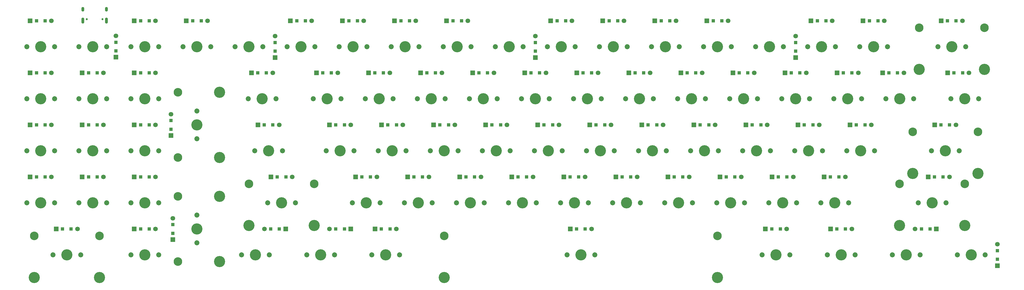
<source format=gts>
G04 #@! TF.GenerationSoftware,KiCad,Pcbnew,(5.1.4)-1*
G04 #@! TF.CreationDate,2020-07-18T23:48:47-04:00*
G04 #@! TF.ProjectId,southpawpcb,736f7574-6870-4617-9770-63622e6b6963,rev?*
G04 #@! TF.SameCoordinates,Original*
G04 #@! TF.FileFunction,Soldermask,Top*
G04 #@! TF.FilePolarity,Negative*
%FSLAX46Y46*%
G04 Gerber Fmt 4.6, Leading zero omitted, Abs format (unit mm)*
G04 Created by KiCad (PCBNEW (5.1.4)-1) date 2020-07-18 23:48:47*
%MOMM*%
%LPD*%
G04 APERTURE LIST*
%ADD10C,4.087800*%
%ADD11C,1.850000*%
%ADD12O,1.100000X1.700000*%
%ADD13O,1.100000X2.200000*%
%ADD14C,0.750000*%
%ADD15C,1.700000*%
%ADD16R,1.700000X1.700000*%
%ADD17R,1.300000X1.300000*%
%ADD18C,3.148000*%
G04 APERTURE END LIST*
D10*
G04 #@! TO.C,K44*
X151681000Y44474000D03*
D11*
X146601000Y44474000D03*
X156761000Y44474000D03*
G04 #@! TD*
G04 #@! TO.C,K71*
X68655000Y6374000D03*
X58495000Y6374000D03*
D10*
X63575000Y6374000D03*
G04 #@! TD*
G04 #@! TO.C,K2*
X4044200Y82574000D03*
D11*
X-1035800Y82574000D03*
X9124200Y82574000D03*
G04 #@! TD*
D12*
G04 #@! TO.C,USB1*
X9019000Y96333000D03*
X379000Y96333000D03*
D13*
X9019000Y92153000D03*
X379000Y92153000D03*
D14*
X1809000Y92683000D03*
X7589000Y92683000D03*
G04 #@! TD*
D11*
G04 #@! TO.C,K46*
X194861000Y44474000D03*
X184701000Y44474000D03*
D10*
X189781000Y44474000D03*
G04 #@! TD*
D15*
G04 #@! TO.C,D7*
X103194000Y92099000D03*
D16*
X95394000Y92099000D03*
D17*
X100869000Y92099000D03*
X97719000Y92099000D03*
G04 #@! TD*
D11*
G04 #@! TO.C,K65*
X242487000Y25424000D03*
X232327000Y25424000D03*
D10*
X237407000Y25424000D03*
G04 #@! TD*
D17*
G04 #@! TO.C,D48*
X226306000Y53999000D03*
X229456000Y53999000D03*
D16*
X223981000Y53999000D03*
D15*
X231781000Y53999000D03*
G04 #@! TD*
D10*
G04 #@! TO.C,K69*
X6457200Y-1881000D03*
X-17418800Y-1881000D03*
D18*
X6457200Y13359000D03*
X-17418800Y13359000D03*
D11*
X-400800Y6374000D03*
X-10560800Y6374000D03*
D10*
X-5480800Y6374000D03*
G04 #@! TD*
D11*
G04 #@! TO.C,K77*
X306780000Y6374000D03*
X296620000Y6374000D03*
D10*
X301700000Y6374000D03*
G04 #@! TD*
D15*
G04 #@! TO.C,D72*
X90631000Y15899000D03*
D16*
X98431000Y15899000D03*
D17*
X92956000Y15899000D03*
X96106000Y15899000D03*
G04 #@! TD*
D10*
G04 #@! TO.C,K59*
X123107000Y25424000D03*
D11*
X118027000Y25424000D03*
X128187000Y25424000D03*
G04 #@! TD*
D15*
G04 #@! TO.C,D39*
X26994200Y53999000D03*
D16*
X19194200Y53999000D03*
D17*
X24669200Y53999000D03*
X21519200Y53999000D03*
G04 #@! TD*
D10*
G04 #@! TO.C,K25*
X108819000Y63524000D03*
D11*
X103739000Y63524000D03*
X113899000Y63524000D03*
G04 #@! TD*
G04 #@! TO.C,K8*
X123424000Y82574000D03*
X113264000Y82574000D03*
D10*
X118344000Y82574000D03*
G04 #@! TD*
D17*
G04 #@! TO.C,D2*
X12446000Y81102000D03*
X12446000Y84252000D03*
D16*
X12446000Y78777000D03*
D15*
X12446000Y86577000D03*
G04 #@! TD*
D17*
G04 #@! TO.C,D50*
X264406000Y53999000D03*
X267556000Y53999000D03*
D16*
X262081000Y53999000D03*
D15*
X269881000Y53999000D03*
G04 #@! TD*
D11*
G04 #@! TO.C,K28*
X171049000Y63524000D03*
X160889000Y63524000D03*
D10*
X165969000Y63524000D03*
G04 #@! TD*
D15*
G04 #@! TO.C,D21*
X26994200Y73049000D03*
D16*
X19194200Y73049000D03*
D17*
X24669200Y73049000D03*
X21519200Y73049000D03*
G04 #@! TD*
G04 #@! TO.C,D53*
X-16580800Y34949000D03*
X-13430800Y34949000D03*
D16*
X-18905800Y34949000D03*
D15*
X-11105800Y34949000D03*
G04 #@! TD*
D17*
G04 #@! TO.C,D26*
X126294000Y73049000D03*
X129444000Y73049000D03*
D16*
X123969000Y73049000D03*
D15*
X131769000Y73049000D03*
G04 #@! TD*
G04 #@! TO.C,D60*
X146057000Y34949000D03*
D16*
X138257000Y34949000D03*
D17*
X143732000Y34949000D03*
X140582000Y34949000D03*
G04 #@! TD*
G04 #@! TO.C,D42*
X112006000Y53999000D03*
X115156000Y53999000D03*
D16*
X109681000Y53999000D03*
D15*
X117481000Y53999000D03*
G04 #@! TD*
D17*
G04 #@! TO.C,D4*
X40569200Y92099000D03*
X43719200Y92099000D03*
D16*
X38244200Y92099000D03*
D15*
X46044200Y92099000D03*
G04 #@! TD*
D11*
G04 #@! TO.C,K27*
X151999000Y63524000D03*
X141839000Y63524000D03*
D10*
X146919000Y63524000D03*
G04 #@! TD*
D15*
G04 #@! TO.C,D3*
X26994200Y92099000D03*
D16*
X19194200Y92099000D03*
D17*
X24669200Y92099000D03*
X21519200Y92099000D03*
G04 #@! TD*
D11*
G04 #@! TO.C,K5*
X66274000Y82574000D03*
X56114000Y82574000D03*
D10*
X61194000Y82574000D03*
G04 #@! TD*
G04 #@! TO.C,K64*
X218357000Y25424000D03*
D11*
X213277000Y25424000D03*
X223437000Y25424000D03*
G04 #@! TD*
D15*
G04 #@! TO.C,D25*
X112719000Y73049000D03*
D16*
X104919000Y73049000D03*
D17*
X110394000Y73049000D03*
X107244000Y73049000D03*
G04 #@! TD*
D11*
G04 #@! TO.C,K70*
X28174200Y6374000D03*
X18014200Y6374000D03*
D10*
X23094200Y6374000D03*
G04 #@! TD*
D17*
G04 #@! TO.C,D71*
X72294000Y15899000D03*
X69144000Y15899000D03*
D16*
X74619000Y15899000D03*
D15*
X66819000Y15899000D03*
G04 #@! TD*
D10*
G04 #@! TO.C,K68*
X323163000Y17169000D03*
X299287000Y17169000D03*
D18*
X323163000Y32409000D03*
X299287000Y32409000D03*
D11*
X316305000Y25424000D03*
X306145000Y25424000D03*
D10*
X311225000Y25424000D03*
G04 #@! TD*
G04 #@! TO.C,K67*
X275507000Y25424000D03*
D11*
X270427000Y25424000D03*
X280587000Y25424000D03*
G04 #@! TD*
D17*
G04 #@! TO.C,D78*
X335038000Y4799000D03*
X335038000Y7949000D03*
D16*
X335038000Y2474000D03*
D15*
X335038000Y10274000D03*
G04 #@! TD*
D17*
G04 #@! TO.C,D77*
X310419000Y15899000D03*
X307269000Y15899000D03*
D16*
X312744000Y15899000D03*
D15*
X304944000Y15899000D03*
G04 #@! TD*
G04 #@! TO.C,D45*
X174631000Y53999000D03*
D16*
X166831000Y53999000D03*
D17*
X172306000Y53999000D03*
X169156000Y53999000D03*
G04 #@! TD*
G04 #@! TO.C,D16*
X269169000Y92099000D03*
X272319000Y92099000D03*
D16*
X266844000Y92099000D03*
D15*
X274644000Y92099000D03*
G04 #@! TD*
D11*
G04 #@! TO.C,K26*
X132949000Y63524000D03*
X122789000Y63524000D03*
D10*
X127869000Y63524000D03*
G04 #@! TD*
G04 #@! TO.C,K6*
X80244000Y82574000D03*
D11*
X75164000Y82574000D03*
X85324000Y82574000D03*
G04 #@! TD*
D17*
G04 #@! TO.C,D22*
X32619200Y52424000D03*
X32619200Y55574000D03*
D16*
X32619200Y50099000D03*
D15*
X32619200Y57899000D03*
G04 #@! TD*
D17*
G04 #@! TO.C,D10*
X165969000Y80999000D03*
X165969000Y84149000D03*
D16*
X165969000Y78674000D03*
D15*
X165969000Y86474000D03*
G04 #@! TD*
D10*
G04 #@! TO.C,K30*
X204069000Y63524000D03*
D11*
X198989000Y63524000D03*
X209149000Y63524000D03*
G04 #@! TD*
D15*
G04 #@! TO.C,D54*
X7944200Y34949000D03*
D16*
X144200Y34949000D03*
D17*
X5619200Y34949000D03*
X2469200Y34949000D03*
G04 #@! TD*
D15*
G04 #@! TO.C,D19*
X-11105800Y73049000D03*
D16*
X-18905800Y73049000D03*
D17*
X-13430800Y73049000D03*
X-16580800Y73049000D03*
G04 #@! TD*
D10*
G04 #@! TO.C,K35*
X299319000Y63524000D03*
D11*
X294239000Y63524000D03*
X304399000Y63524000D03*
G04 #@! TD*
D15*
G04 #@! TO.C,D57*
X77000000Y34949000D03*
D16*
X69200000Y34949000D03*
D17*
X74675000Y34949000D03*
X71525000Y34949000D03*
G04 #@! TD*
D10*
G04 #@! TO.C,K31*
X223119000Y63524000D03*
D11*
X218039000Y63524000D03*
X228199000Y63524000D03*
G04 #@! TD*
D15*
G04 #@! TO.C,D47*
X212731000Y53999000D03*
D16*
X204931000Y53999000D03*
D17*
X210406000Y53999000D03*
X207256000Y53999000D03*
G04 #@! TD*
D15*
G04 #@! TO.C,D15*
X261219000Y86474000D03*
D16*
X261219000Y78674000D03*
D17*
X261219000Y84149000D03*
X261219000Y80999000D03*
G04 #@! TD*
G04 #@! TO.C,D67*
X273932000Y34949000D03*
X277082000Y34949000D03*
D16*
X271607000Y34949000D03*
D15*
X279407000Y34949000D03*
G04 #@! TD*
D11*
G04 #@! TO.C,K40*
X73418000Y44474000D03*
X63258000Y44474000D03*
D10*
X68338000Y44474000D03*
G04 #@! TD*
D11*
G04 #@! TO.C,K63*
X204387000Y25424000D03*
X194227000Y25424000D03*
D10*
X199307000Y25424000D03*
G04 #@! TD*
G04 #@! TO.C,K41*
X94531000Y44474000D03*
D11*
X89451000Y44474000D03*
X99611000Y44474000D03*
G04 #@! TD*
D17*
G04 #@! TO.C,D36*
X319175000Y73049000D03*
X322325000Y73049000D03*
D16*
X316850000Y73049000D03*
D15*
X324650000Y73049000D03*
G04 #@! TD*
G04 #@! TO.C,D62*
X184157000Y34949000D03*
D16*
X176357000Y34949000D03*
D17*
X181832000Y34949000D03*
X178682000Y34949000D03*
G04 #@! TD*
D15*
G04 #@! TO.C,D61*
X165107000Y34949000D03*
D16*
X157307000Y34949000D03*
D17*
X162782000Y34949000D03*
X159632000Y34949000D03*
G04 #@! TD*
G04 #@! TO.C,D52*
X314413000Y53999000D03*
X317563000Y53999000D03*
D16*
X312088000Y53999000D03*
D15*
X319888000Y53999000D03*
G04 #@! TD*
D11*
G04 #@! TO.C,K43*
X137711000Y44474000D03*
X127551000Y44474000D03*
D10*
X132631000Y44474000D03*
G04 #@! TD*
G04 #@! TO.C,K73*
X111200000Y6374000D03*
D11*
X106120000Y6374000D03*
X116280000Y6374000D03*
G04 #@! TD*
D15*
G04 #@! TO.C,D37*
X-11105800Y53999000D03*
D16*
X-18905800Y53999000D03*
D17*
X-13430800Y53999000D03*
X-16580800Y53999000D03*
G04 #@! TD*
D11*
G04 #@! TO.C,K49*
X252011000Y44474000D03*
X241851000Y44474000D03*
D10*
X246931000Y44474000D03*
G04 #@! TD*
G04 #@! TO.C,K72*
X87388000Y6374000D03*
D11*
X82308000Y6374000D03*
X92468000Y6374000D03*
G04 #@! TD*
D15*
G04 #@! TO.C,D65*
X241307000Y34949000D03*
D16*
X233507000Y34949000D03*
D17*
X238982000Y34949000D03*
X235832000Y34949000D03*
G04 #@! TD*
D11*
G04 #@! TO.C,K15*
X256774000Y82574000D03*
X246614000Y82574000D03*
D10*
X251694000Y82574000D03*
G04 #@! TD*
D15*
G04 #@! TO.C,D14*
X236544000Y92099000D03*
D16*
X228744000Y92099000D03*
D17*
X234219000Y92099000D03*
X231069000Y92099000D03*
G04 #@! TD*
D15*
G04 #@! TO.C,D68*
X317507000Y34949000D03*
D16*
X309707000Y34949000D03*
D17*
X315182000Y34949000D03*
X312032000Y34949000D03*
G04 #@! TD*
G04 #@! TO.C,D18*
X316794000Y92099000D03*
X319944000Y92099000D03*
D16*
X314469000Y92099000D03*
D15*
X322269000Y92099000D03*
G04 #@! TD*
D17*
G04 #@! TO.C,D38*
X2469200Y53999000D03*
X5619200Y53999000D03*
D16*
X144200Y53999000D03*
D15*
X7944200Y53999000D03*
G04 #@! TD*
D17*
G04 #@! TO.C,D12*
X192969000Y92099000D03*
X196119000Y92099000D03*
D16*
X190644000Y92099000D03*
D15*
X198444000Y92099000D03*
G04 #@! TD*
D10*
G04 #@! TO.C,K22*
X42144200Y53999000D03*
D11*
X42144200Y48919000D03*
X42144200Y59079000D03*
D18*
X35159200Y42061000D03*
X35159200Y65937000D03*
D10*
X50399200Y42061000D03*
X50399200Y65937000D03*
G04 #@! TD*
D17*
G04 #@! TO.C,D58*
X102482000Y34949000D03*
X105632000Y34949000D03*
D16*
X100157000Y34949000D03*
D15*
X107957000Y34949000D03*
G04 #@! TD*
D17*
G04 #@! TO.C,D34*
X278694000Y73049000D03*
X281844000Y73049000D03*
D16*
X276369000Y73049000D03*
D15*
X284169000Y73049000D03*
G04 #@! TD*
D17*
G04 #@! TO.C,D20*
X2469200Y73049000D03*
X5619200Y73049000D03*
D16*
X144200Y73049000D03*
D15*
X7944200Y73049000D03*
G04 #@! TD*
G04 #@! TO.C,D69*
X-1580800Y15899000D03*
D16*
X-9380800Y15899000D03*
D17*
X-3905800Y15899000D03*
X-7055800Y15899000D03*
G04 #@! TD*
D10*
G04 #@! TO.C,K16*
X270744000Y82574000D03*
D11*
X265664000Y82574000D03*
X275824000Y82574000D03*
G04 #@! TD*
D10*
G04 #@! TO.C,K37*
X-15005800Y44474000D03*
D11*
X-20085800Y44474000D03*
X-9925800Y44474000D03*
G04 #@! TD*
D10*
G04 #@! TO.C,K36*
X323131000Y63524000D03*
D11*
X318051000Y63524000D03*
X328211000Y63524000D03*
G04 #@! TD*
G04 #@! TO.C,K9*
X142474000Y82574000D03*
X132314000Y82574000D03*
D10*
X137394000Y82574000D03*
G04 #@! TD*
D11*
G04 #@! TO.C,K54*
X9124200Y25424000D03*
X-1035800Y25424000D03*
D10*
X4044200Y25424000D03*
G04 #@! TD*
G04 #@! TO.C,K57*
X85038000Y17169000D03*
X61162000Y17169000D03*
D18*
X85038000Y32409000D03*
X61162000Y32409000D03*
D11*
X78180000Y25424000D03*
X68020000Y25424000D03*
D10*
X73100000Y25424000D03*
G04 #@! TD*
D11*
G04 #@! TO.C,K51*
X290111000Y44474000D03*
X279951000Y44474000D03*
D10*
X285031000Y44474000D03*
G04 #@! TD*
D11*
G04 #@! TO.C,K11*
X180574000Y82574000D03*
X170414000Y82574000D03*
D10*
X175494000Y82574000D03*
G04 #@! TD*
G04 #@! TO.C,K14*
X232644000Y82574000D03*
D11*
X227564000Y82574000D03*
X237724000Y82574000D03*
G04 #@! TD*
D17*
G04 #@! TO.C,D40*
X66763000Y53999000D03*
X69913000Y53999000D03*
D16*
X64438000Y53999000D03*
D15*
X72238000Y53999000D03*
G04 #@! TD*
D10*
G04 #@! TO.C,K10*
X156444000Y82574000D03*
D11*
X151364000Y82574000D03*
X161524000Y82574000D03*
G04 #@! TD*
G04 #@! TO.C,K62*
X185337000Y25424000D03*
X175177000Y25424000D03*
D10*
X180257000Y25424000D03*
G04 #@! TD*
D11*
G04 #@! TO.C,K60*
X147237000Y25424000D03*
X137077000Y25424000D03*
D10*
X142157000Y25424000D03*
G04 #@! TD*
D11*
G04 #@! TO.C,K58*
X109137000Y25424000D03*
X98977000Y25424000D03*
D10*
X104057000Y25424000D03*
G04 #@! TD*
D11*
G04 #@! TO.C,K38*
X9124200Y44474000D03*
X-1035800Y44474000D03*
D10*
X4044200Y44474000D03*
G04 #@! TD*
D17*
G04 #@! TO.C,D56*
X33337500Y14324000D03*
X33337500Y17474000D03*
D16*
X33337500Y11999000D03*
D15*
X33337500Y19799000D03*
G04 #@! TD*
D10*
G04 #@! TO.C,K52*
X315988000Y44474000D03*
D11*
X310908000Y44474000D03*
X321068000Y44474000D03*
D18*
X304050000Y51459000D03*
X327926000Y51459000D03*
D10*
X304050000Y36219000D03*
X327926000Y36219000D03*
G04 #@! TD*
G04 #@! TO.C,K55*
X23094200Y25424000D03*
D11*
X18014200Y25424000D03*
X28174200Y25424000D03*
G04 #@! TD*
D10*
G04 #@! TO.C,K50*
X265981000Y44474000D03*
D11*
X260901000Y44474000D03*
X271061000Y44474000D03*
G04 #@! TD*
D10*
G04 #@! TO.C,K56*
X42144200Y15899000D03*
D11*
X42144200Y10819000D03*
X42144200Y20979000D03*
D18*
X35159200Y3961000D03*
X35159200Y27837000D03*
D10*
X50399200Y3961000D03*
X50399200Y27837000D03*
G04 #@! TD*
G04 #@! TO.C,K39*
X23094200Y44474000D03*
D11*
X18014200Y44474000D03*
X28174200Y44474000D03*
G04 #@! TD*
D10*
G04 #@! TO.C,K12*
X194544000Y82574000D03*
D11*
X189464000Y82574000D03*
X199624000Y82574000D03*
G04 #@! TD*
D15*
G04 #@! TO.C,D23*
X69857000Y73049000D03*
D16*
X62057000Y73049000D03*
D17*
X67532000Y73049000D03*
X64382000Y73049000D03*
G04 #@! TD*
D10*
G04 #@! TO.C,K61*
X161207000Y25424000D03*
D11*
X156127000Y25424000D03*
X166287000Y25424000D03*
G04 #@! TD*
G04 #@! TO.C,K48*
X232961000Y44474000D03*
X222801000Y44474000D03*
D10*
X227881000Y44474000D03*
G04 #@! TD*
G04 #@! TO.C,K53*
X-15005800Y25424000D03*
D11*
X-20085800Y25424000D03*
X-9925800Y25424000D03*
G04 #@! TD*
G04 #@! TO.C,K76*
X282968000Y6374000D03*
X272808000Y6374000D03*
D10*
X277888000Y6374000D03*
G04 #@! TD*
D15*
G04 #@! TO.C,D17*
X293694000Y92099000D03*
D16*
X285894000Y92099000D03*
D17*
X291369000Y92099000D03*
X288219000Y92099000D03*
G04 #@! TD*
D11*
G04 #@! TO.C,K42*
X118661000Y44474000D03*
X108501000Y44474000D03*
D10*
X113581000Y44474000D03*
G04 #@! TD*
G04 #@! TO.C,K20*
X4044200Y63524000D03*
D11*
X-1035800Y63524000D03*
X9124200Y63524000D03*
G04 #@! TD*
D17*
G04 #@! TO.C,D32*
X240594000Y73049000D03*
X243744000Y73049000D03*
D16*
X238269000Y73049000D03*
D15*
X246069000Y73049000D03*
G04 #@! TD*
D11*
G04 #@! TO.C,K29*
X190099000Y63524000D03*
X179939000Y63524000D03*
D10*
X185019000Y63524000D03*
G04 #@! TD*
D15*
G04 #@! TO.C,D31*
X227019000Y73049000D03*
D16*
X219219000Y73049000D03*
D17*
X224694000Y73049000D03*
X221544000Y73049000D03*
G04 #@! TD*
D15*
G04 #@! TO.C,D9*
X141294000Y92099000D03*
D16*
X133494000Y92099000D03*
D17*
X138969000Y92099000D03*
X135819000Y92099000D03*
G04 #@! TD*
D10*
G04 #@! TO.C,K74*
X232637900Y-1881000D03*
X132638100Y-1881000D03*
D18*
X232637900Y13359000D03*
X132638100Y13359000D03*
D11*
X187718000Y6374000D03*
X177558000Y6374000D03*
D10*
X182638000Y6374000D03*
G04 #@! TD*
G04 #@! TO.C,K21*
X23094200Y63524000D03*
D11*
X18014200Y63524000D03*
X28174200Y63524000D03*
G04 #@! TD*
D17*
G04 #@! TO.C,D64*
X216782000Y34949000D03*
X219932000Y34949000D03*
D16*
X214457000Y34949000D03*
D15*
X222257000Y34949000D03*
G04 #@! TD*
D17*
G04 #@! TO.C,D74*
X181063000Y15899000D03*
X184213000Y15899000D03*
D16*
X178738000Y15899000D03*
D15*
X186538000Y15899000D03*
G04 #@! TD*
D11*
G04 #@! TO.C,K3*
X28174200Y82574000D03*
X18014200Y82574000D03*
D10*
X23094200Y82574000D03*
G04 #@! TD*
D17*
G04 #@! TO.C,D76*
X276313000Y15899000D03*
X279463000Y15899000D03*
D16*
X273988000Y15899000D03*
D15*
X281788000Y15899000D03*
G04 #@! TD*
G04 #@! TO.C,D49*
X250831000Y53999000D03*
D16*
X243031000Y53999000D03*
D17*
X248506000Y53999000D03*
X245356000Y53999000D03*
G04 #@! TD*
D10*
G04 #@! TO.C,K4*
X42144200Y82574000D03*
D11*
X37064200Y82574000D03*
X47224200Y82574000D03*
G04 #@! TD*
D15*
G04 #@! TO.C,D70*
X26994200Y15899000D03*
D16*
X19194200Y15899000D03*
D17*
X24669200Y15899000D03*
X21519200Y15899000D03*
G04 #@! TD*
D11*
G04 #@! TO.C,K7*
X104374000Y82574000D03*
X94214000Y82574000D03*
D10*
X99294000Y82574000D03*
G04 #@! TD*
D11*
G04 #@! TO.C,K23*
X71037000Y63524000D03*
X60877000Y63524000D03*
D10*
X65957000Y63524000D03*
G04 #@! TD*
D17*
G04 #@! TO.C,D75*
X252500000Y15899000D03*
X255650000Y15899000D03*
D16*
X250175000Y15899000D03*
D15*
X257975000Y15899000D03*
G04 #@! TD*
D11*
G04 #@! TO.C,K75*
X259155000Y6374000D03*
X248995000Y6374000D03*
D10*
X254075000Y6374000D03*
G04 #@! TD*
G04 #@! TO.C,K66*
X256457000Y25424000D03*
D11*
X251377000Y25424000D03*
X261537000Y25424000D03*
G04 #@! TD*
D17*
G04 #@! TO.C,D8*
X116769000Y92099000D03*
X119919000Y92099000D03*
D16*
X114444000Y92099000D03*
D15*
X122244000Y92099000D03*
G04 #@! TD*
G04 #@! TO.C,D28*
X169869000Y73049000D03*
D16*
X162069000Y73049000D03*
D17*
X167544000Y73049000D03*
X164394000Y73049000D03*
G04 #@! TD*
D15*
G04 #@! TO.C,D13*
X217494000Y92099000D03*
D16*
X209694000Y92099000D03*
D17*
X215169000Y92099000D03*
X212019000Y92099000D03*
G04 #@! TD*
D11*
G04 #@! TO.C,K13*
X218674000Y82574000D03*
X208514000Y82574000D03*
D10*
X213594000Y82574000D03*
G04 #@! TD*
D15*
G04 #@! TO.C,D66*
X260357000Y34949000D03*
D16*
X252557000Y34949000D03*
D17*
X258032000Y34949000D03*
X254882000Y34949000D03*
G04 #@! TD*
G04 #@! TO.C,D6*
X78669000Y92099000D03*
X81819000Y92099000D03*
D16*
X76344000Y92099000D03*
D15*
X84144000Y92099000D03*
G04 #@! TD*
D17*
G04 #@! TO.C,D44*
X150106000Y53999000D03*
X153256000Y53999000D03*
D16*
X147781000Y53999000D03*
D15*
X155581000Y53999000D03*
G04 #@! TD*
D11*
G04 #@! TO.C,K32*
X247249000Y63524000D03*
X237089000Y63524000D03*
D10*
X242169000Y63524000D03*
G04 #@! TD*
G04 #@! TO.C,K45*
X170731000Y44474000D03*
D11*
X165651000Y44474000D03*
X175811000Y44474000D03*
G04 #@! TD*
D17*
G04 #@! TO.C,D46*
X188206000Y53999000D03*
X191356000Y53999000D03*
D16*
X185881000Y53999000D03*
D15*
X193681000Y53999000D03*
G04 #@! TD*
D10*
G04 #@! TO.C,K78*
X325513000Y6374000D03*
D11*
X320433000Y6374000D03*
X330593000Y6374000D03*
G04 #@! TD*
D10*
G04 #@! TO.C,K34*
X280269000Y63524000D03*
D11*
X275189000Y63524000D03*
X285349000Y63524000D03*
G04 #@! TD*
D10*
G04 #@! TO.C,K17*
X289794000Y82574000D03*
D11*
X284714000Y82574000D03*
X294874000Y82574000D03*
G04 #@! TD*
D10*
G04 #@! TO.C,K47*
X208831000Y44474000D03*
D11*
X203751000Y44474000D03*
X213911000Y44474000D03*
G04 #@! TD*
G04 #@! TO.C,K33*
X266299000Y63524000D03*
X256139000Y63524000D03*
D10*
X261219000Y63524000D03*
G04 #@! TD*
G04 #@! TO.C,K18*
X330307000Y74319000D03*
X306431000Y74319000D03*
D18*
X330307000Y89559000D03*
X306431000Y89559000D03*
D11*
X323449000Y82574000D03*
X313289000Y82574000D03*
D10*
X318369000Y82574000D03*
G04 #@! TD*
D15*
G04 #@! TO.C,D51*
X288931000Y53999000D03*
D16*
X281131000Y53999000D03*
D17*
X286606000Y53999000D03*
X283456000Y53999000D03*
G04 #@! TD*
D15*
G04 #@! TO.C,D11*
X179394000Y92099000D03*
D16*
X171594000Y92099000D03*
D17*
X177069000Y92099000D03*
X173919000Y92099000D03*
G04 #@! TD*
G04 #@! TO.C,D63*
X197732000Y34949000D03*
X200882000Y34949000D03*
D16*
X195407000Y34949000D03*
D15*
X203207000Y34949000D03*
G04 #@! TD*
G04 #@! TO.C,D29*
X188919000Y73049000D03*
D16*
X181119000Y73049000D03*
D17*
X186594000Y73049000D03*
X183444000Y73049000D03*
G04 #@! TD*
D15*
G04 #@! TO.C,D55*
X26994200Y34949000D03*
D16*
X19194200Y34949000D03*
D17*
X24669200Y34949000D03*
X21519200Y34949000D03*
G04 #@! TD*
D15*
G04 #@! TO.C,D5*
X70719000Y86474000D03*
D16*
X70719000Y78674000D03*
D17*
X70719000Y84149000D03*
X70719000Y80999000D03*
G04 #@! TD*
D15*
G04 #@! TO.C,D43*
X136531000Y53999000D03*
D16*
X128731000Y53999000D03*
D17*
X134206000Y53999000D03*
X131056000Y53999000D03*
G04 #@! TD*
G04 #@! TO.C,D73*
X109625000Y15899000D03*
X112775000Y15899000D03*
D16*
X107300000Y15899000D03*
D15*
X115100000Y15899000D03*
G04 #@! TD*
G04 #@! TO.C,D33*
X265119000Y73049000D03*
D16*
X257319000Y73049000D03*
D17*
X262794000Y73049000D03*
X259644000Y73049000D03*
G04 #@! TD*
G04 #@! TO.C,D30*
X202494000Y73049000D03*
X205644000Y73049000D03*
D16*
X200169000Y73049000D03*
D15*
X207969000Y73049000D03*
G04 #@! TD*
D11*
G04 #@! TO.C,K19*
X-9925800Y63524000D03*
X-20085800Y63524000D03*
D10*
X-15005800Y63524000D03*
G04 #@! TD*
D15*
G04 #@! TO.C,D35*
X300838000Y73049000D03*
D16*
X293038000Y73049000D03*
D17*
X298513000Y73049000D03*
X295363000Y73049000D03*
G04 #@! TD*
D10*
G04 #@! TO.C,K24*
X89769000Y63524000D03*
D11*
X84689000Y63524000D03*
X94849000Y63524000D03*
G04 #@! TD*
D17*
G04 #@! TO.C,D24*
X88194000Y73049000D03*
X91344000Y73049000D03*
D16*
X85869000Y73049000D03*
D15*
X93669000Y73049000D03*
G04 #@! TD*
D17*
G04 #@! TO.C,D59*
X121532000Y34949000D03*
X124682000Y34949000D03*
D16*
X119207000Y34949000D03*
D15*
X127007000Y34949000D03*
G04 #@! TD*
G04 #@! TO.C,D41*
X98431000Y53999000D03*
D16*
X90631000Y53999000D03*
D17*
X96106000Y53999000D03*
X92956000Y53999000D03*
G04 #@! TD*
D15*
G04 #@! TO.C,D1*
X-11105800Y92099000D03*
D16*
X-18905800Y92099000D03*
D17*
X-13430800Y92099000D03*
X-16580800Y92099000D03*
G04 #@! TD*
G04 #@! TO.C,D27*
X145344000Y73049000D03*
X148494000Y73049000D03*
D16*
X143019000Y73049000D03*
D15*
X150819000Y73049000D03*
G04 #@! TD*
D11*
G04 #@! TO.C,K1*
X-9925800Y82574000D03*
X-20085800Y82574000D03*
D10*
X-15005800Y82574000D03*
G04 #@! TD*
M02*

</source>
